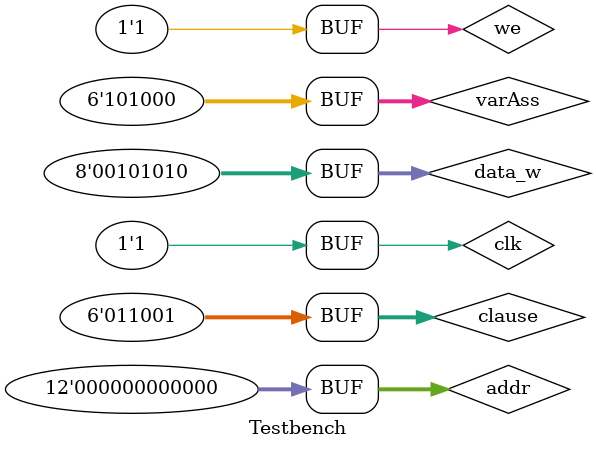
<source format=sv>
`timescale 1ns / 1ps


module Testbench(
    );
    
    reg [(3*2)-1: 0] clause = 6'b011001;
    reg [(3*2)-1: 0] varAss = 6'b000000;
    wire satOut;
    wire outEn;
       
    SAT_Eval DUT(
        clause,
        varAss,
        satOut,
        outEn   
    );

    reg [7:0]   data_w  = 8'h2a     ;
    reg [11:0]  addr    = 12'h000   ;
    reg         we      = 1'b0      ;
    reg         clk     = 1'b0      ;
    wire [7:0]  data_r              ;

    MemoryBank DUT_Mem(
        .clk_in(clk)    ,
        .we_in(we)      ,
        .addr_in(addr)  ,
        .data_in(data_w),
        .data_out(data_r)
    );
    
    always 
    begin
        #5;
        varAss <= 6'b000000;
        #5;
        varAss <= 6'b000001;
        #5;
        varAss <= 6'b000010;
        #5;
        varAss <= 6'b000100;
        #5;
        varAss <= 6'b001000;
        #5;
        varAss <= 6'b010000;
        #5;
        varAss <= 6'b100000;
        #5;
        varAss <= 6'b000101;
        #5;
        varAss <= 6'b000110;
        #5;
        varAss <= 6'b001001;
        #5;
        varAss <= 6'b001010;
        #5;
        varAss <= 6'b010000;
        #5;
        varAss <= 6'b010001;
        #5;
        varAss <= 6'b010010;
        #5;
        varAss <= 6'b010100;
        #5;
        varAss <= 6'b011000;
        #5;
        varAss <= 6'b100000;
        #5;
        varAss <= 6'b100001;
        #5;
        varAss <= 6'b100010;
        #5;
        varAss <= 6'b100100;
        #5;
        varAss <= 6'b101000;
        #5;
        
        we <= 1;
        clk <= 0;
        #5;
        clk <= 1;
        #5;
    end 
    
endmodule

</source>
